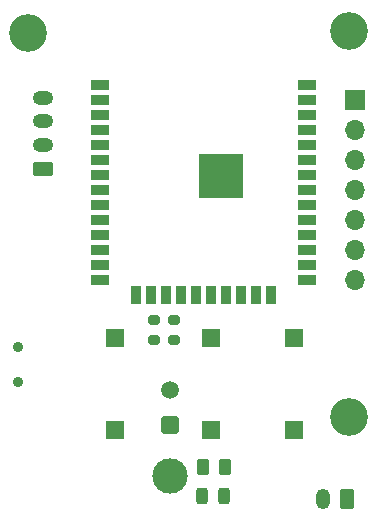
<source format=gbr>
%TF.GenerationSoftware,KiCad,Pcbnew,7.0.10-7.0.10~ubuntu22.04.1*%
%TF.CreationDate,2024-01-30T00:04:26+01:00*%
%TF.ProjectId,MailBox_LP_Notifier,4d61696c-426f-4785-9f4c-505f4e6f7469,rev?*%
%TF.SameCoordinates,Original*%
%TF.FileFunction,Soldermask,Bot*%
%TF.FilePolarity,Negative*%
%FSLAX46Y46*%
G04 Gerber Fmt 4.6, Leading zero omitted, Abs format (unit mm)*
G04 Created by KiCad (PCBNEW 7.0.10-7.0.10~ubuntu22.04.1) date 2024-01-30 00:04:26*
%MOMM*%
%LPD*%
G01*
G04 APERTURE LIST*
G04 Aperture macros list*
%AMRoundRect*
0 Rectangle with rounded corners*
0 $1 Rounding radius*
0 $2 $3 $4 $5 $6 $7 $8 $9 X,Y pos of 4 corners*
0 Add a 4 corners polygon primitive as box body*
4,1,4,$2,$3,$4,$5,$6,$7,$8,$9,$2,$3,0*
0 Add four circle primitives for the rounded corners*
1,1,$1+$1,$2,$3*
1,1,$1+$1,$4,$5*
1,1,$1+$1,$6,$7*
1,1,$1+$1,$8,$9*
0 Add four rect primitives between the rounded corners*
20,1,$1+$1,$2,$3,$4,$5,0*
20,1,$1+$1,$4,$5,$6,$7,0*
20,1,$1+$1,$6,$7,$8,$9,0*
20,1,$1+$1,$8,$9,$2,$3,0*%
G04 Aperture macros list end*
%ADD10C,0.600000*%
%ADD11R,3.800000X3.800000*%
%ADD12R,1.500000X0.900000*%
%ADD13R,0.900000X1.500000*%
%ADD14C,0.900000*%
%ADD15C,3.200000*%
%ADD16C,3.000000*%
%ADD17RoundRect,0.250001X0.499999X0.499999X-0.499999X0.499999X-0.499999X-0.499999X0.499999X-0.499999X0*%
%ADD18C,1.500000*%
%ADD19R,1.700000X1.700000*%
%ADD20O,1.700000X1.700000*%
%ADD21RoundRect,0.250000X0.625000X-0.350000X0.625000X0.350000X-0.625000X0.350000X-0.625000X-0.350000X0*%
%ADD22O,1.750000X1.200000*%
%ADD23R,1.500000X1.500000*%
%ADD24RoundRect,0.200000X-0.275000X0.200000X-0.275000X-0.200000X0.275000X-0.200000X0.275000X0.200000X0*%
%ADD25RoundRect,0.250000X-0.262500X-0.450000X0.262500X-0.450000X0.262500X0.450000X-0.262500X0.450000X0*%
%ADD26RoundRect,0.250000X0.350000X0.625000X-0.350000X0.625000X-0.350000X-0.625000X0.350000X-0.625000X0*%
%ADD27O,1.200000X1.750000*%
%ADD28RoundRect,0.243750X0.243750X0.456250X-0.243750X0.456250X-0.243750X-0.456250X0.243750X-0.456250X0*%
G04 APERTURE END LIST*
D10*
%TO.C,U3*%
X137161000Y-71485400D03*
X136436000Y-72185400D03*
X136436000Y-69385400D03*
X137161000Y-70085400D03*
X137836000Y-69385400D03*
X135736000Y-70085400D03*
X137836000Y-70785400D03*
X138536000Y-71485400D03*
X137836000Y-72185400D03*
X135736000Y-71485400D03*
X136436000Y-70785400D03*
X138536000Y-70085400D03*
D11*
X137136000Y-70785400D03*
D12*
X126886000Y-63065400D03*
X126886000Y-64335400D03*
X126886000Y-65605400D03*
X126886000Y-66875400D03*
X126886000Y-68145400D03*
X126886000Y-69415400D03*
X126886000Y-70685400D03*
X126886000Y-71955400D03*
X126886000Y-73225400D03*
X126886000Y-74495400D03*
X126886000Y-75765400D03*
X126886000Y-77035400D03*
X126886000Y-78305400D03*
X126886000Y-79575400D03*
D13*
X129916000Y-80825400D03*
X131186000Y-80825400D03*
X132456000Y-80825400D03*
X133726000Y-80825400D03*
X134996000Y-80825400D03*
X136266000Y-80825400D03*
X137536000Y-80825400D03*
X138806000Y-80825400D03*
X140076000Y-80825400D03*
X141346000Y-80825400D03*
D12*
X144386000Y-79575400D03*
X144386000Y-78305400D03*
X144386000Y-77035400D03*
X144386000Y-75765400D03*
X144386000Y-74495400D03*
X144386000Y-73225400D03*
X144386000Y-71955400D03*
X144386000Y-70685400D03*
X144386000Y-69415400D03*
X144386000Y-68145400D03*
X144386000Y-66875400D03*
X144386000Y-65605400D03*
X144386000Y-64335400D03*
X144386000Y-63065400D03*
%TD*%
D14*
%TO.C,SW2*%
X119906000Y-85241000D03*
X119906000Y-88241000D03*
%TD*%
D15*
%TO.C,H3*%
X147955000Y-91186000D03*
%TD*%
D16*
%TO.C,SW1*%
X132765800Y-96191800D03*
D17*
X132765800Y-91871800D03*
D18*
X132765800Y-88871800D03*
%TD*%
D19*
%TO.C,J2*%
X148437200Y-64332800D03*
D20*
X148437200Y-66872800D03*
X148437200Y-69412800D03*
X148437200Y-71952800D03*
X148437200Y-74492800D03*
X148437200Y-77032800D03*
X148437200Y-79572800D03*
%TD*%
D15*
%TO.C,H2*%
X147904200Y-58521600D03*
%TD*%
%TO.C,H1*%
X120751600Y-58623200D03*
%TD*%
D21*
%TO.C,J3*%
X122058600Y-70132200D03*
D22*
X122058600Y-68132200D03*
X122058600Y-66132200D03*
X122058600Y-64132200D03*
%TD*%
D23*
%TO.C,SW4*%
X136271000Y-92292000D03*
X136271000Y-84492000D03*
%TD*%
D24*
%TO.C,R12*%
X133121400Y-82969600D03*
X133121400Y-84619600D03*
%TD*%
D23*
%TO.C,SW3*%
X143281400Y-92266600D03*
X143281400Y-84466600D03*
%TD*%
D25*
%TO.C,R6*%
X135587100Y-95377000D03*
X137412100Y-95377000D03*
%TD*%
D24*
%TO.C,R8*%
X131394200Y-82969600D03*
X131394200Y-84619600D03*
%TD*%
D26*
%TO.C,J1*%
X147761200Y-98129000D03*
D27*
X145761200Y-98129000D03*
%TD*%
D28*
%TO.C,D3*%
X137386300Y-97891600D03*
X135511300Y-97891600D03*
%TD*%
D23*
%TO.C,SW5*%
X128117600Y-92292000D03*
X128117600Y-84492000D03*
%TD*%
M02*

</source>
